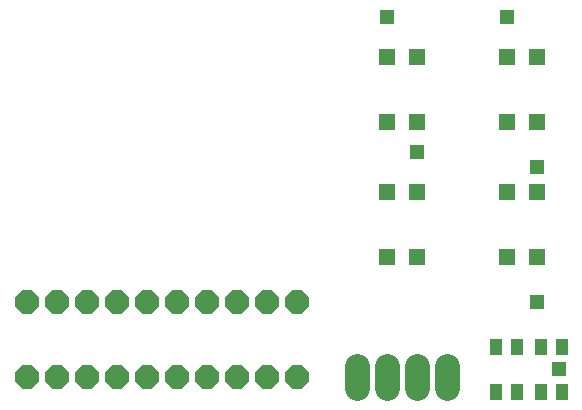
<source format=gts>
G75*
%MOIN*%
%OFA0B0*%
%FSLAX24Y24*%
%IPPOS*%
%LPD*%
%AMOC8*
5,1,8,0,0,1.08239X$1,22.5*
%
%ADD10C,0.0820*%
%ADD11R,0.0580X0.0580*%
%ADD12OC8,0.0780*%
%ADD13R,0.0395X0.0552*%
%ADD14R,0.0476X0.0476*%
D10*
X013660Y003290D02*
X013660Y004030D01*
X014660Y004030D02*
X014660Y003290D01*
X015660Y003290D02*
X015660Y004030D01*
X016660Y004030D02*
X016660Y003290D01*
D11*
X015660Y007660D03*
X014660Y007660D03*
X014660Y009820D03*
X015660Y009820D03*
X015660Y012160D03*
X014660Y012160D03*
X014660Y014320D03*
X015660Y014320D03*
X018660Y014320D03*
X019660Y014320D03*
X019660Y012160D03*
X018660Y012160D03*
X018660Y009820D03*
X019660Y009820D03*
X019660Y007660D03*
X018660Y007660D03*
D12*
X002660Y003660D03*
X003660Y003660D03*
X004660Y003660D03*
X005660Y003660D03*
X006660Y003660D03*
X007660Y003660D03*
X008660Y003660D03*
X009660Y003660D03*
X010660Y003660D03*
X011660Y003660D03*
X011660Y006160D03*
X010660Y006160D03*
X009660Y006160D03*
X008660Y006160D03*
X007660Y006160D03*
X006660Y006160D03*
X005660Y006160D03*
X004660Y006160D03*
X003660Y006160D03*
X002660Y006160D03*
D13*
X018306Y004660D03*
X019014Y004660D03*
X019806Y004660D03*
X020514Y004660D03*
X020514Y003160D03*
X019806Y003160D03*
X019014Y003160D03*
X018306Y003160D03*
D14*
X020410Y003910D03*
X019660Y006160D03*
X014660Y003660D03*
X019660Y010660D03*
X015660Y011160D03*
X014660Y015660D03*
X018660Y015660D03*
M02*

</source>
